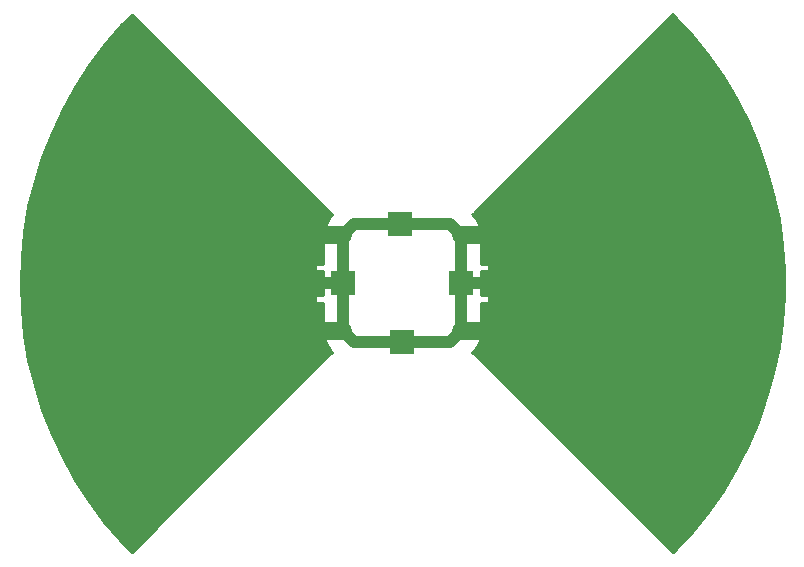
<source format=gbr>
G04 #@! TF.GenerationSoftware,KiCad,Pcbnew,5.1.5+dfsg1-2build2*
G04 #@! TF.CreationDate,2021-12-19T10:21:25+01:00*
G04 #@! TF.ProjectId,Drehko_large_Rotor,44726568-6b6f-45f6-9c61-7267655f526f,1.0*
G04 #@! TF.SameCoordinates,Original*
G04 #@! TF.FileFunction,Copper,L1,Top*
G04 #@! TF.FilePolarity,Positive*
%FSLAX46Y46*%
G04 Gerber Fmt 4.6, Leading zero omitted, Abs format (unit mm)*
G04 Created by KiCad (PCBNEW 5.1.5+dfsg1-2build2) date 2021-12-19 10:21:25*
%MOMM*%
%LPD*%
G04 APERTURE LIST*
%ADD10R,2.000000X2.000000*%
%ADD11C,1.000000*%
%ADD12C,1.500000*%
%ADD13C,0.254000*%
G04 APERTURE END LIST*
D10*
X145000000Y-100000000D03*
X149800000Y-95000000D03*
X150000000Y-105000000D03*
X155000000Y-100000000D03*
D11*
X145000000Y-100000000D02*
X139500000Y-100000000D01*
X145925184Y-105000000D02*
X145000000Y-104074816D01*
X150000000Y-105000000D02*
X145925184Y-105000000D01*
X145000000Y-104074816D02*
X145000000Y-100000000D01*
X147800000Y-95000000D02*
X149800000Y-95000000D01*
X145925184Y-95000000D02*
X147800000Y-95000000D01*
X145000000Y-95925184D02*
X145925184Y-95000000D01*
X145000000Y-100000000D02*
X145000000Y-95925184D01*
X155000000Y-98000000D02*
X155000000Y-100000000D01*
X155000000Y-95925184D02*
X155000000Y-98000000D01*
X154074816Y-95000000D02*
X155000000Y-95925184D01*
X149800000Y-95000000D02*
X154074816Y-95000000D01*
X152000000Y-105000000D02*
X150000000Y-105000000D01*
X154074816Y-105000000D02*
X152000000Y-105000000D01*
X155000000Y-104074816D02*
X154074816Y-105000000D01*
X155000000Y-100000000D02*
X155000000Y-104074816D01*
X155000000Y-100000000D02*
X160500000Y-100000000D01*
D12*
X155000000Y-95925184D02*
X157425184Y-95925184D01*
X155000000Y-104074816D02*
X157425184Y-104074816D01*
X145000000Y-104074816D02*
X142425184Y-104074816D01*
X145000000Y-95925184D02*
X142925184Y-95925184D01*
D13*
G36*
X173040885Y-77345032D02*
G01*
X174517751Y-78952201D01*
X175882748Y-80655406D01*
X177129648Y-82446877D01*
X178252762Y-84318438D01*
X179246965Y-86261550D01*
X180107721Y-88267348D01*
X180831102Y-90326679D01*
X181413808Y-92430148D01*
X181853179Y-94568156D01*
X182147212Y-96730948D01*
X182294565Y-98908656D01*
X182294565Y-101091344D01*
X182147212Y-103269052D01*
X181853179Y-105431844D01*
X181413808Y-107569852D01*
X180831102Y-109673321D01*
X180107721Y-111732652D01*
X179246965Y-113738450D01*
X178252762Y-115681562D01*
X177129648Y-117553123D01*
X175882748Y-119344594D01*
X174517751Y-121047799D01*
X173040885Y-122654968D01*
X172935115Y-122755509D01*
X156089803Y-105910197D01*
X156070557Y-105894403D01*
X156048601Y-105882667D01*
X156024776Y-105875440D01*
X156000000Y-105873000D01*
X155938889Y-105873000D01*
X156244969Y-105500040D01*
X156494476Y-105033246D01*
X156648121Y-104526744D01*
X156687000Y-104132001D01*
X156687000Y-104132000D01*
X156700001Y-104000000D01*
X156687000Y-103867999D01*
X156687000Y-101635000D01*
X157373002Y-101635000D01*
X157373002Y-101000000D01*
X156687000Y-101000000D01*
X156687000Y-99000000D01*
X157373002Y-99000000D01*
X157373002Y-98365000D01*
X156687000Y-98365000D01*
X156687000Y-96132001D01*
X156700001Y-96000000D01*
X156648121Y-95473256D01*
X156494476Y-94966754D01*
X156244969Y-94499960D01*
X155938889Y-94127000D01*
X156000000Y-94127000D01*
X156024776Y-94124560D01*
X156048601Y-94117333D01*
X156070557Y-94105597D01*
X156089803Y-94089803D01*
X172935115Y-77244491D01*
X173040885Y-77345032D01*
G37*
X173040885Y-77345032D02*
X174517751Y-78952201D01*
X175882748Y-80655406D01*
X177129648Y-82446877D01*
X178252762Y-84318438D01*
X179246965Y-86261550D01*
X180107721Y-88267348D01*
X180831102Y-90326679D01*
X181413808Y-92430148D01*
X181853179Y-94568156D01*
X182147212Y-96730948D01*
X182294565Y-98908656D01*
X182294565Y-101091344D01*
X182147212Y-103269052D01*
X181853179Y-105431844D01*
X181413808Y-107569852D01*
X180831102Y-109673321D01*
X180107721Y-111732652D01*
X179246965Y-113738450D01*
X178252762Y-115681562D01*
X177129648Y-117553123D01*
X175882748Y-119344594D01*
X174517751Y-121047799D01*
X173040885Y-122654968D01*
X172935115Y-122755509D01*
X156089803Y-105910197D01*
X156070557Y-105894403D01*
X156048601Y-105882667D01*
X156024776Y-105875440D01*
X156000000Y-105873000D01*
X155938889Y-105873000D01*
X156244969Y-105500040D01*
X156494476Y-105033246D01*
X156648121Y-104526744D01*
X156687000Y-104132001D01*
X156687000Y-104132000D01*
X156700001Y-104000000D01*
X156687000Y-103867999D01*
X156687000Y-101635000D01*
X157373002Y-101635000D01*
X157373002Y-101000000D01*
X156687000Y-101000000D01*
X156687000Y-99000000D01*
X157373002Y-99000000D01*
X157373002Y-98365000D01*
X156687000Y-98365000D01*
X156687000Y-96132001D01*
X156700001Y-96000000D01*
X156648121Y-95473256D01*
X156494476Y-94966754D01*
X156244969Y-94499960D01*
X155938889Y-94127000D01*
X156000000Y-94127000D01*
X156024776Y-94124560D01*
X156048601Y-94117333D01*
X156070557Y-94105597D01*
X156089803Y-94089803D01*
X172935115Y-77244491D01*
X173040885Y-77345032D01*
G36*
X143910197Y-94089803D02*
G01*
X143929443Y-94105597D01*
X143951399Y-94117333D01*
X143975224Y-94124560D01*
X144000000Y-94127000D01*
X144061111Y-94127000D01*
X143755031Y-94499960D01*
X143505524Y-94966754D01*
X143351879Y-95473256D01*
X143299999Y-96000000D01*
X143313001Y-96132011D01*
X143313001Y-98365000D01*
X142626998Y-98365000D01*
X142626998Y-99000000D01*
X143313001Y-99000000D01*
X143313000Y-101000000D01*
X142626998Y-101000000D01*
X142626998Y-101635000D01*
X143313000Y-101635000D01*
X143313000Y-103867999D01*
X143299999Y-104000000D01*
X143351879Y-104526744D01*
X143505524Y-105033246D01*
X143755031Y-105500040D01*
X144061111Y-105873000D01*
X144000000Y-105873000D01*
X143975224Y-105875440D01*
X143951399Y-105882667D01*
X143929443Y-105894403D01*
X143910197Y-105910197D01*
X127074435Y-122745959D01*
X126207108Y-121863857D01*
X124785365Y-120207725D01*
X123478671Y-118459390D01*
X122292988Y-116626829D01*
X121233725Y-114718403D01*
X120305716Y-112742821D01*
X119513196Y-110709096D01*
X118859780Y-108626508D01*
X118348449Y-106504559D01*
X117981537Y-104352931D01*
X117760718Y-102181442D01*
X117687000Y-100000000D01*
X117760718Y-97818558D01*
X117981537Y-95647069D01*
X118348449Y-93495441D01*
X118859780Y-91373492D01*
X119513196Y-89290904D01*
X120305716Y-87257179D01*
X121233725Y-85281597D01*
X122292988Y-83373171D01*
X123478671Y-81540610D01*
X124785365Y-79792275D01*
X126207108Y-78136143D01*
X127074435Y-77254041D01*
X143910197Y-94089803D01*
G37*
X143910197Y-94089803D02*
X143929443Y-94105597D01*
X143951399Y-94117333D01*
X143975224Y-94124560D01*
X144000000Y-94127000D01*
X144061111Y-94127000D01*
X143755031Y-94499960D01*
X143505524Y-94966754D01*
X143351879Y-95473256D01*
X143299999Y-96000000D01*
X143313001Y-96132011D01*
X143313001Y-98365000D01*
X142626998Y-98365000D01*
X142626998Y-99000000D01*
X143313001Y-99000000D01*
X143313000Y-101000000D01*
X142626998Y-101000000D01*
X142626998Y-101635000D01*
X143313000Y-101635000D01*
X143313000Y-103867999D01*
X143299999Y-104000000D01*
X143351879Y-104526744D01*
X143505524Y-105033246D01*
X143755031Y-105500040D01*
X144061111Y-105873000D01*
X144000000Y-105873000D01*
X143975224Y-105875440D01*
X143951399Y-105882667D01*
X143929443Y-105894403D01*
X143910197Y-105910197D01*
X127074435Y-122745959D01*
X126207108Y-121863857D01*
X124785365Y-120207725D01*
X123478671Y-118459390D01*
X122292988Y-116626829D01*
X121233725Y-114718403D01*
X120305716Y-112742821D01*
X119513196Y-110709096D01*
X118859780Y-108626508D01*
X118348449Y-106504559D01*
X117981537Y-104352931D01*
X117760718Y-102181442D01*
X117687000Y-100000000D01*
X117760718Y-97818558D01*
X117981537Y-95647069D01*
X118348449Y-93495441D01*
X118859780Y-91373492D01*
X119513196Y-89290904D01*
X120305716Y-87257179D01*
X121233725Y-85281597D01*
X122292988Y-83373171D01*
X123478671Y-81540610D01*
X124785365Y-79792275D01*
X126207108Y-78136143D01*
X127074435Y-77254041D01*
X143910197Y-94089803D01*
M02*

</source>
